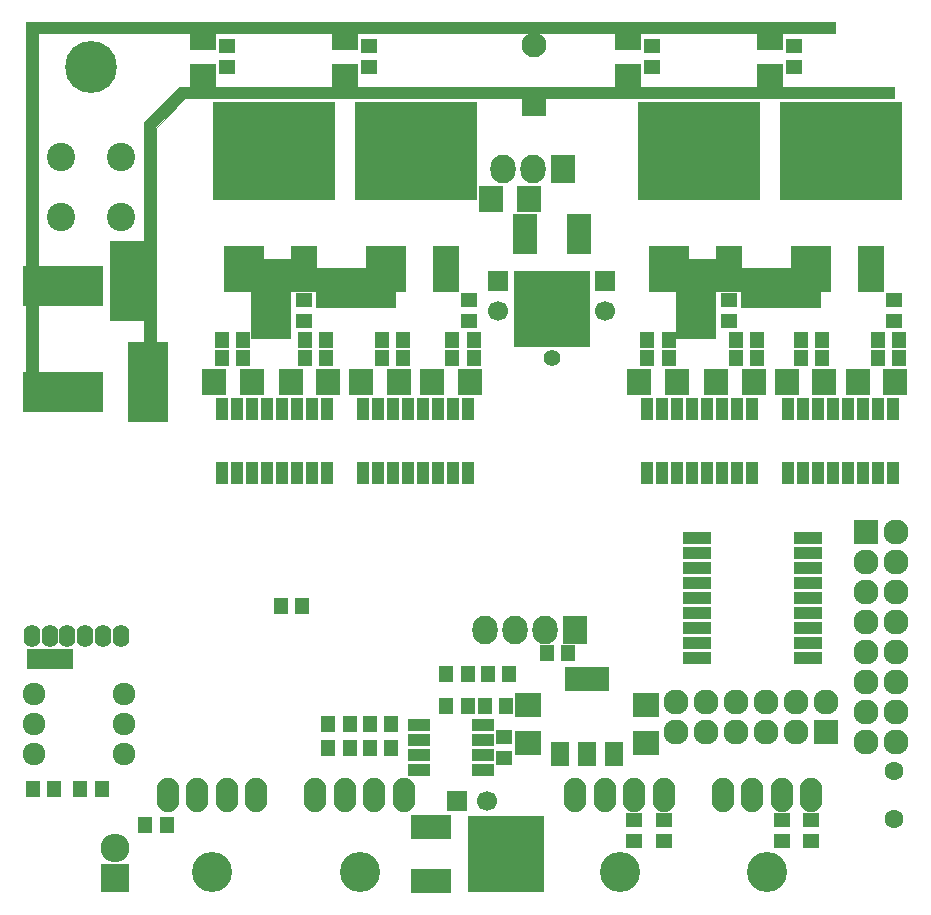
<source format=gbr>
G04 #@! TF.FileFunction,Soldermask,Bot*
%FSLAX46Y46*%
G04 Gerber Fmt 4.6, Leading zero omitted, Abs format (unit mm)*
G04 Created by KiCad (PCBNEW 4.0.5) date 02/09/17 17:51:42*
%MOMM*%
%LPD*%
G01*
G04 APERTURE LIST*
%ADD10C,0.100000*%
%ADD11R,2.200000X3.900000*%
%ADD12R,3.400000X3.900000*%
%ADD13R,10.400000X8.400000*%
%ADD14R,3.400000X6.900000*%
%ADD15R,6.851600X3.400000*%
%ADD16C,2.100000*%
%ADD17R,2.100000X2.100000*%
%ADD18R,1.950000X1.000000*%
%ADD19R,1.000000X1.900000*%
%ADD20R,2.051000X3.448000*%
%ADD21R,6.496000X6.496000*%
%ADD22C,1.700000*%
%ADD23R,1.700000X1.700000*%
%ADD24R,2.000000X2.200000*%
%ADD25R,2.432000X2.432000*%
%ADD26O,2.432000X2.432000*%
%ADD27R,1.200000X1.400000*%
%ADD28R,1.400000X1.200000*%
%ADD29R,2.200000X2.000000*%
%ADD30R,1.365200X1.670000*%
%ADD31C,1.600000*%
%ADD32R,2.127200X2.432000*%
%ADD33O,2.127200X2.432000*%
%ADD34R,2.127200X2.127200*%
%ADD35O,2.127200X2.127200*%
%ADD36O,1.400000X1.924000*%
%ADD37C,1.924000*%
%ADD38C,2.400000*%
%ADD39C,4.400000*%
%ADD40O,1.900000X2.900000*%
%ADD41C,3.400000*%
%ADD42R,1.600000X2.100000*%
%ADD43R,3.700000X2.100000*%
%ADD44R,3.448000X2.051000*%
%ADD45C,1.400000*%
%ADD46R,2.400000X1.000000*%
%ADD47C,0.026000*%
G04 APERTURE END LIST*
D10*
D11*
X36540000Y-21500000D03*
D12*
X31460000Y-21500000D03*
D13*
X34000000Y-11500000D03*
D14*
X21700000Y-24000000D03*
D15*
X28900000Y-23100000D03*
D16*
X44000000Y-2500000D03*
D17*
X44000000Y-7500000D03*
D18*
X39700000Y-60095000D03*
X39700000Y-61365000D03*
X39700000Y-62635000D03*
X39700000Y-63905000D03*
X34300000Y-63905000D03*
X34300000Y-62635000D03*
X34300000Y-61365000D03*
X34300000Y-60095000D03*
D19*
X38445000Y-38700000D03*
X37175000Y-38700000D03*
X35905000Y-38700000D03*
X34635000Y-38700000D03*
X33365000Y-38700000D03*
X32095000Y-38700000D03*
X30825000Y-38700000D03*
X29555000Y-38700000D03*
X29555000Y-33300000D03*
X30825000Y-33300000D03*
X32095000Y-33300000D03*
X33365000Y-33300000D03*
X34635000Y-33300000D03*
X35905000Y-33300000D03*
X37175000Y-33300000D03*
X38445000Y-33300000D03*
D20*
X43214000Y-18500000D03*
D21*
X45500000Y-24850000D03*
D20*
X47786000Y-18500000D03*
D22*
X40000000Y-66500000D03*
D23*
X37500000Y-66500000D03*
D24*
X38600000Y-31000000D03*
X35400000Y-31000000D03*
X32600000Y-31000000D03*
X29400000Y-31000000D03*
X26600000Y-31000000D03*
X23400000Y-31000000D03*
X20100000Y-31000000D03*
X16900000Y-31000000D03*
X74600000Y-31000000D03*
X71400000Y-31000000D03*
X68600000Y-31000000D03*
X65400000Y-31000000D03*
X62600000Y-31000000D03*
X59400000Y-31000000D03*
X56100000Y-31000000D03*
X52900000Y-31000000D03*
D25*
X8500000Y-73000000D03*
D26*
X8500000Y-70460000D03*
D19*
X26445000Y-38700000D03*
X25175000Y-38700000D03*
X23905000Y-38700000D03*
X22635000Y-38700000D03*
X21365000Y-38700000D03*
X20095000Y-38700000D03*
X18825000Y-38700000D03*
X17555000Y-38700000D03*
X17555000Y-33300000D03*
X18825000Y-33300000D03*
X20095000Y-33300000D03*
X21365000Y-33300000D03*
X22635000Y-33300000D03*
X23905000Y-33300000D03*
X25175000Y-33300000D03*
X26445000Y-33300000D03*
X74445000Y-38700000D03*
X73175000Y-38700000D03*
X71905000Y-38700000D03*
X70635000Y-38700000D03*
X69365000Y-38700000D03*
X68095000Y-38700000D03*
X66825000Y-38700000D03*
X65555000Y-38700000D03*
X65555000Y-33300000D03*
X66825000Y-33300000D03*
X68095000Y-33300000D03*
X69365000Y-33300000D03*
X70635000Y-33300000D03*
X71905000Y-33300000D03*
X73175000Y-33300000D03*
X74445000Y-33300000D03*
X62445000Y-38700000D03*
X61175000Y-38700000D03*
X59905000Y-38700000D03*
X58635000Y-38700000D03*
X57365000Y-38700000D03*
X56095000Y-38700000D03*
X54825000Y-38700000D03*
X53555000Y-38700000D03*
X53555000Y-33300000D03*
X54825000Y-33300000D03*
X56095000Y-33300000D03*
X57365000Y-33300000D03*
X58635000Y-33300000D03*
X59905000Y-33300000D03*
X61175000Y-33300000D03*
X62445000Y-33300000D03*
D27*
X1600000Y-65500000D03*
X3400000Y-65500000D03*
X7400000Y-65500000D03*
X5600000Y-65500000D03*
X22600000Y-50000000D03*
X24400000Y-50000000D03*
X38900000Y-29000000D03*
X37100000Y-29000000D03*
X32900000Y-29000000D03*
X31100000Y-29000000D03*
X26400000Y-29000000D03*
X24600000Y-29000000D03*
X19400000Y-29000000D03*
X17600000Y-29000000D03*
X74900000Y-27500000D03*
X73100000Y-27500000D03*
X68400000Y-29000000D03*
X66600000Y-29000000D03*
X62900000Y-29000000D03*
X61100000Y-29000000D03*
X55400000Y-29000000D03*
X53600000Y-29000000D03*
X12900000Y-68500000D03*
X11100000Y-68500000D03*
D28*
X38500000Y-25900000D03*
X38500000Y-24100000D03*
X24500000Y-25900000D03*
X24500000Y-24100000D03*
X74500000Y-25900000D03*
X74500000Y-24100000D03*
X60500000Y-25900000D03*
X60500000Y-24100000D03*
D29*
X53500000Y-58400000D03*
X53500000Y-61600000D03*
D28*
X41500000Y-61100000D03*
X41500000Y-62900000D03*
D30*
X1730000Y-54500000D03*
X3000000Y-54500000D03*
X4270000Y-54500000D03*
D28*
X52500000Y-69900000D03*
X52500000Y-68100000D03*
X55000000Y-69900000D03*
X55000000Y-68100000D03*
X65000000Y-69900000D03*
X65000000Y-68100000D03*
X67500000Y-69900000D03*
X67500000Y-68100000D03*
D31*
X74500000Y-68000000D03*
X74500000Y-64000000D03*
D27*
X46900000Y-54000000D03*
X45100000Y-54000000D03*
D32*
X47500000Y-52000000D03*
D33*
X44960000Y-52000000D03*
X42420000Y-52000000D03*
X39880000Y-52000000D03*
D29*
X43500000Y-61600000D03*
X43500000Y-58400000D03*
D34*
X68700000Y-60700000D03*
D35*
X68700000Y-58160000D03*
X66160000Y-60700000D03*
X66160000Y-58160000D03*
X63620000Y-60700000D03*
X63620000Y-58160000D03*
X61080000Y-60700000D03*
X61080000Y-58160000D03*
X58540000Y-60700000D03*
X58540000Y-58160000D03*
X56000000Y-60700000D03*
X56000000Y-58160000D03*
D32*
X46500000Y-13000000D03*
D33*
X43960000Y-13000000D03*
X41420000Y-13000000D03*
D36*
X1500000Y-52500000D03*
X3000000Y-52500000D03*
X4500000Y-52500000D03*
X6000000Y-52500000D03*
X7500000Y-52500000D03*
X9000000Y-52500000D03*
D37*
X9310000Y-62540000D03*
X9310000Y-60000000D03*
X9310000Y-57460000D03*
X1690000Y-57460000D03*
X1690000Y-60000000D03*
X1690000Y-62540000D03*
D38*
X9040000Y-12000000D03*
X9040000Y-17080000D03*
X3960000Y-12000000D03*
X3960000Y-17080000D03*
D39*
X6500000Y-4380000D03*
D40*
X13000000Y-66000000D03*
X15500000Y-66000000D03*
X18000000Y-66000000D03*
X20500000Y-66000000D03*
D41*
X16750000Y-72500000D03*
D40*
X25500000Y-66000000D03*
X28000000Y-66000000D03*
X30500000Y-66000000D03*
X33000000Y-66000000D03*
D41*
X29250000Y-72500000D03*
D29*
X16000000Y-5100000D03*
X16000000Y-1900000D03*
X28000000Y-5100000D03*
X28000000Y-1900000D03*
X64000000Y-5100000D03*
X64000000Y-1900000D03*
X52000000Y-5100000D03*
X52000000Y-1900000D03*
D14*
X57700000Y-24000000D03*
D15*
X64900000Y-23100000D03*
D14*
X9800000Y-22500000D03*
D15*
X4100000Y-22900000D03*
D14*
X11300000Y-31000000D03*
D15*
X4100000Y-31900000D03*
D42*
X50800000Y-62500000D03*
X48500000Y-62500000D03*
X46200000Y-62500000D03*
D43*
X48500000Y-56200000D03*
D44*
X35250000Y-73286000D03*
D21*
X41600000Y-71000000D03*
D44*
X35250000Y-68714000D03*
D45*
X45500000Y-29000000D03*
D28*
X30000000Y-4400000D03*
X30000000Y-2600000D03*
X66000000Y-4400000D03*
X66000000Y-2600000D03*
X18000000Y-4400000D03*
X18000000Y-2600000D03*
X54000000Y-4400000D03*
X54000000Y-2600000D03*
D27*
X74900000Y-29000000D03*
X73100000Y-29000000D03*
X68400000Y-27500000D03*
X66600000Y-27500000D03*
X62900000Y-27500000D03*
X61100000Y-27500000D03*
X55400000Y-27500000D03*
X53600000Y-27500000D03*
X38900000Y-27500000D03*
X37100000Y-27500000D03*
X32900000Y-27500000D03*
X31100000Y-27500000D03*
X26400000Y-27500000D03*
X24600000Y-27500000D03*
X19400000Y-27500000D03*
X17600000Y-27500000D03*
D11*
X24540000Y-21500000D03*
D12*
X19460000Y-21500000D03*
D13*
X22000000Y-11500000D03*
D11*
X60540000Y-21500000D03*
D12*
X55460000Y-21500000D03*
D13*
X58000000Y-11500000D03*
D11*
X72540000Y-21500000D03*
D12*
X67460000Y-21500000D03*
D13*
X70000000Y-11500000D03*
D46*
X57784000Y-54356000D03*
X57784000Y-53086000D03*
X57784000Y-51816000D03*
X57784000Y-50546000D03*
X57784000Y-49276000D03*
X57784000Y-48006000D03*
X57784000Y-46736000D03*
X57784000Y-45466000D03*
X57784000Y-44196000D03*
X67184000Y-44196000D03*
X67184000Y-45466000D03*
X67184000Y-46736000D03*
X67184000Y-48006000D03*
X67184000Y-49276000D03*
X67184000Y-50546000D03*
X67184000Y-51816000D03*
X67184000Y-53086000D03*
X67184000Y-54356000D03*
D34*
X72136000Y-43688000D03*
D35*
X74676000Y-43688000D03*
X72136000Y-46228000D03*
X74676000Y-46228000D03*
X72136000Y-48768000D03*
X74676000Y-48768000D03*
X72136000Y-51308000D03*
X74676000Y-51308000D03*
X72136000Y-53848000D03*
X74676000Y-53848000D03*
X72136000Y-56388000D03*
X74676000Y-56388000D03*
X72136000Y-58928000D03*
X74676000Y-58928000D03*
X72136000Y-61468000D03*
X74676000Y-61468000D03*
D40*
X47500000Y-66000000D03*
X50000000Y-66000000D03*
X52500000Y-66000000D03*
X55000000Y-66000000D03*
D41*
X51250000Y-72500000D03*
D40*
X60000000Y-66000000D03*
X62500000Y-66000000D03*
X65000000Y-66000000D03*
X67500000Y-66000000D03*
D41*
X63750000Y-72500000D03*
D22*
X41000000Y-25000000D03*
D23*
X41000000Y-22500000D03*
D22*
X50000000Y-25000000D03*
D23*
X50000000Y-22500000D03*
D24*
X40400000Y-15500000D03*
X43600000Y-15500000D03*
D27*
X30100000Y-62000000D03*
X31900000Y-62000000D03*
X30100000Y-60000000D03*
X31900000Y-60000000D03*
X26600000Y-62000000D03*
X28400000Y-62000000D03*
X26600000Y-60000000D03*
X28400000Y-60000000D03*
X36600000Y-58500000D03*
X38400000Y-58500000D03*
X39850000Y-58500000D03*
X41650000Y-58500000D03*
X36600000Y-55750000D03*
X38400000Y-55750000D03*
X40100000Y-55750000D03*
X41900000Y-55750000D03*
D47*
G36*
X74487000Y-6987000D02*
X14500000Y-6987000D01*
X14494942Y-6988024D01*
X14490808Y-6990808D01*
X11990808Y-9490808D01*
X11987955Y-9495108D01*
X11987000Y-9500000D01*
X11987000Y-27987000D01*
X11013000Y-27987000D01*
X11013000Y-9005384D01*
X14005384Y-6013000D01*
X74487000Y-6013000D01*
X74487000Y-6987000D01*
X74487000Y-6987000D01*
G37*
X74487000Y-6987000D02*
X14500000Y-6987000D01*
X14494942Y-6988024D01*
X14490808Y-6990808D01*
X11990808Y-9490808D01*
X11987955Y-9495108D01*
X11987000Y-9500000D01*
X11987000Y-27987000D01*
X11013000Y-27987000D01*
X11013000Y-9005384D01*
X14005384Y-6013000D01*
X74487000Y-6013000D01*
X74487000Y-6987000D01*
G36*
X69487000Y-1487000D02*
X2000000Y-1487000D01*
X1994942Y-1488024D01*
X1990681Y-1490935D01*
X1987889Y-1495275D01*
X1987000Y-1500000D01*
X1987000Y-33487000D01*
X1013000Y-33487000D01*
X1013000Y-513000D01*
X69487000Y-513000D01*
X69487000Y-1487000D01*
X69487000Y-1487000D01*
G37*
X69487000Y-1487000D02*
X2000000Y-1487000D01*
X1994942Y-1488024D01*
X1990681Y-1490935D01*
X1987889Y-1495275D01*
X1987000Y-1500000D01*
X1987000Y-33487000D01*
X1013000Y-33487000D01*
X1013000Y-513000D01*
X69487000Y-513000D01*
X69487000Y-1487000D01*
M02*

</source>
